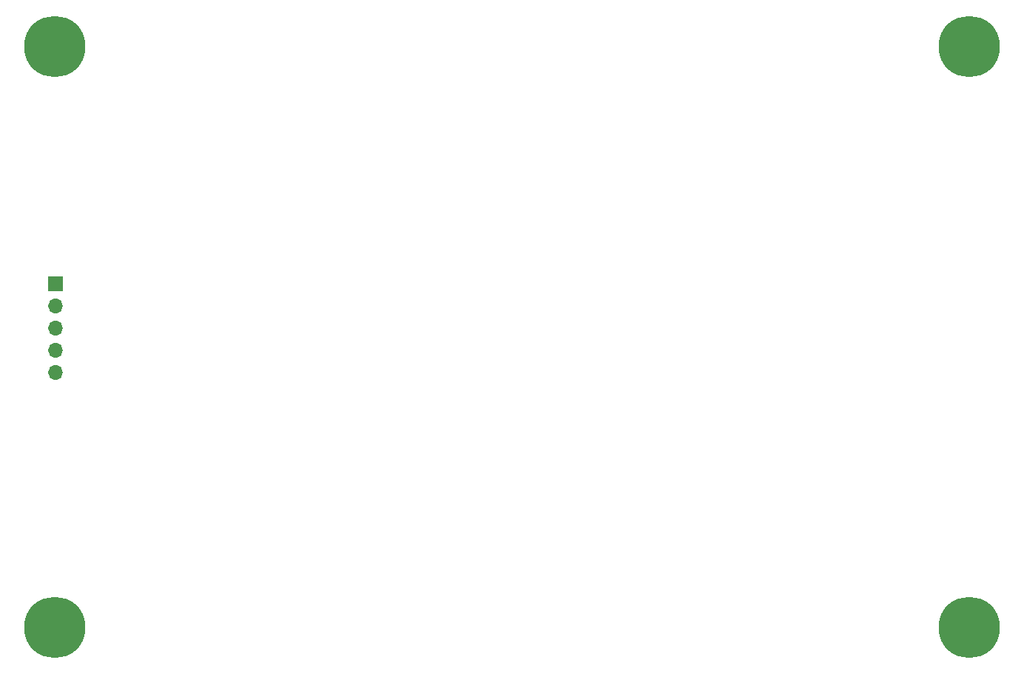
<source format=gbr>
%TF.GenerationSoftware,KiCad,Pcbnew,(6.0.7)*%
%TF.CreationDate,2022-11-11T00:25:46-08:00*%
%TF.ProjectId,LED_Board_s_,4c45445f-426f-4617-9264-5f735f2e6b69,rev?*%
%TF.SameCoordinates,Original*%
%TF.FileFunction,Soldermask,Bot*%
%TF.FilePolarity,Negative*%
%FSLAX46Y46*%
G04 Gerber Fmt 4.6, Leading zero omitted, Abs format (unit mm)*
G04 Created by KiCad (PCBNEW (6.0.7)) date 2022-11-11 00:25:46*
%MOMM*%
%LPD*%
G01*
G04 APERTURE LIST*
%ADD10C,0.800000*%
%ADD11C,7.000000*%
%ADD12R,1.700000X1.700000*%
%ADD13O,1.700000X1.700000*%
G04 APERTURE END LIST*
D10*
%TO.C,H2*%
X159482893Y-169872893D03*
X159482893Y-164622893D03*
X156857893Y-167247893D03*
D11*
X159482893Y-167247893D03*
D10*
X161339048Y-169104048D03*
X157626738Y-165391738D03*
X157626738Y-169104048D03*
X161339048Y-165391738D03*
X162107893Y-167247893D03*
%TD*%
D11*
%TO.C,H3*%
X264132893Y-100697893D03*
%TD*%
%TO.C,H4*%
X264132893Y-167247893D03*
%TD*%
%TO.C,H1*%
X159482893Y-100697893D03*
%TD*%
D12*
%TO.C,J1*%
X159500000Y-127925000D03*
D13*
X159500000Y-130465000D03*
X159500000Y-133005000D03*
X159500000Y-135545000D03*
X159500000Y-138085000D03*
%TD*%
M02*

</source>
